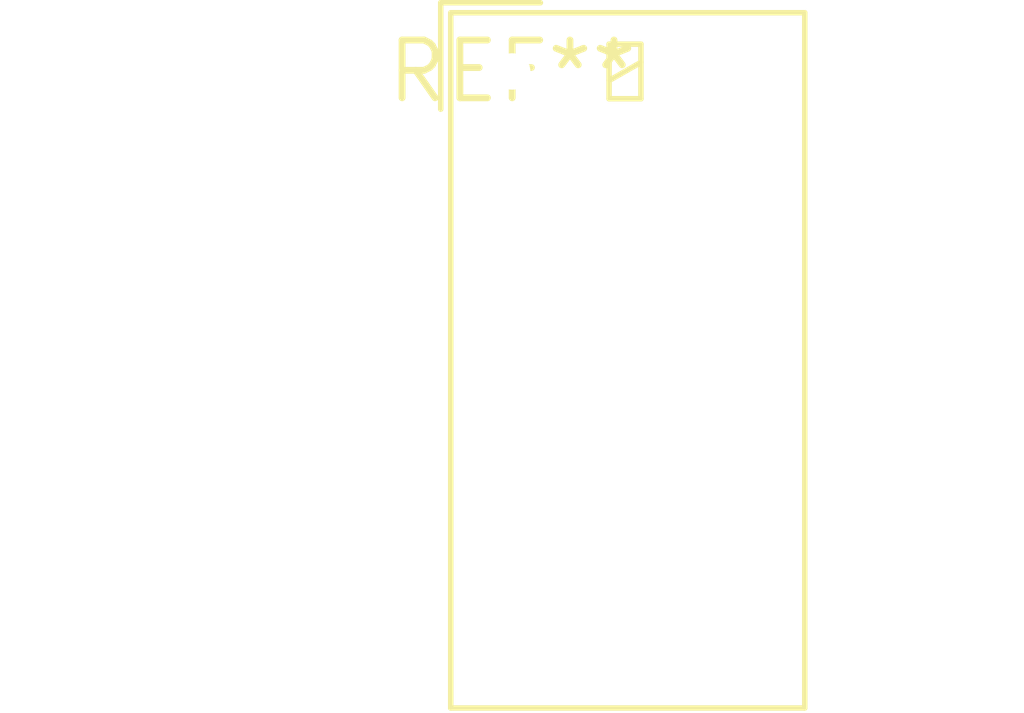
<source format=kicad_pcb>
(kicad_pcb (version 20240108) (generator pcbnew)
  (layers (0 "F.Cu" signal) (31 "B.Cu" signal) (34 "B.Paste" user) (35 "F.Paste" user) (36 "B.SilkS" user "B.Silkscreen") (37 "F.SilkS" user "F.Silkscreen") (38 "B.Mask" user) (39 "F.Mask" user) (44 "Edge.Cuts" user))
  (net 0 "")
  (footprint "Relay_DPDT_Kemet_EC2" (layer "F.Cu") (at 0 0)
    (property "Reference" "REF**")
    (property "Value" "Relay_DPDT_Kemet_EC2")
    (fp_line (start -1.57 -1.51) (end 0.62 -1.51) (layer "F.SilkS") (stroke (width 0.12)))
    (fp_line (start -1.57 0.83) (end -1.57 -1.51) (layer "F.SilkS") (stroke (width 0.12)))
    (fp_line (start -1.35 -1.27) (end -1.35 13.99) (layer "F.SilkS") (stroke (width 0.12)))
    (fp_line (start 2.13 -0.6) (end 2.13 0.6) (layer "F.SilkS") (stroke (width 0.12)))
    (fp_line (start 2.13 0.2) (end 2.83 -0.2) (layer "F.SilkS") (stroke (width 0.12)))
    (fp_line (start 2.13 0.6) (end 2.83 0.6) (layer "F.SilkS") (stroke (width 0.12)))
    (fp_line (start 2.83 -0.6) (end 2.13 -0.6) (layer "F.SilkS") (stroke (width 0.12)))
    (fp_line (start 2.83 0.6) (end 2.83 -0.6) (layer "F.SilkS") (stroke (width 0.12)))
    (fp_line (start 6.43 -1.29) (end -1.35 -1.29) (layer "F.SilkS") (stroke (width 0.12)))
    (fp_line (start 6.43 -1.29) (end 6.43 13.99) (layer "F.SilkS") (stroke (width 0.12)))
    (fp_line (start 6.43 13.99) (end -1.35 13.99) (layer "F.SilkS") (stroke (width 0.12)))
    (pad "1" thru_hole roundrect (at 0 0) (size 1.5 1.5) (drill 0.8) (layers *.Cu *.Mask) (remove_unused_layers) (roundrect_rratio 0.167))
    (pad "3" thru_hole circle (at 0 5.08) (size 1.5 1.5) (drill 0.8) (layers *.Cu *.Mask) (remove_unused_layers))
    (pad "4" thru_hole circle (at 0 7.62) (size 1.5 1.5) (drill 0.8) (layers *.Cu *.Mask) (remove_unused_layers))
    (pad "5" thru_hole circle (at 0 10.16) (size 1.5 1.5) (drill 0.8) (layers *.Cu *.Mask) (remove_unused_layers))
    (pad "8" thru_hole circle (at 5.08 10.16) (size 1.5 1.5) (drill 0.8) (layers *.Cu *.Mask) (remove_unused_layers))
    (pad "9" thru_hole circle (at 5.08 7.62) (size 1.5 1.5) (drill 0.8) (layers *.Cu *.Mask) (remove_unused_layers))
    (pad "10" thru_hole circle (at 5.08 5.08) (size 1.5 1.5) (drill 0.8) (layers *.Cu *.Mask) (remove_unused_layers))
    (pad "12" thru_hole circle (at 5.08 0) (size 1.5 1.5) (drill 0.8) (layers *.Cu *.Mask) (remove_unused_layers))
  )
)
</source>
